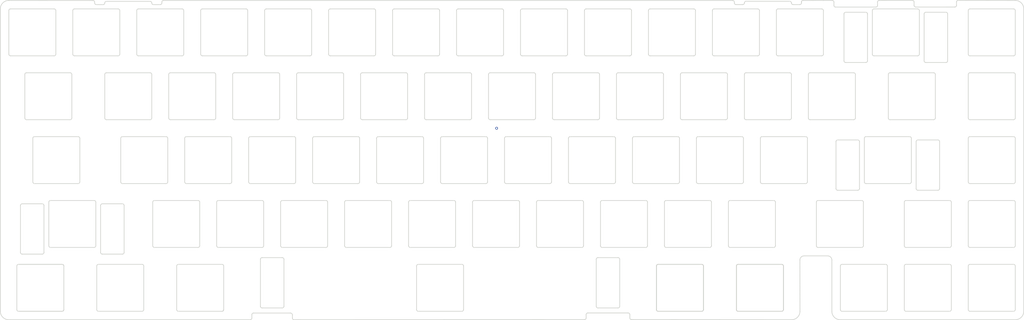
<source format=kicad_pcb>
(kicad_pcb (version 20171130) (host pcbnew "(5.1.12)-1")

  (general
    (thickness 1.6)
    (drawings 707)
    (tracks 1)
    (zones 0)
    (modules 0)
    (nets 1)
  )

  (page A4)
  (layers
    (0 F.Cu signal)
    (31 B.Cu signal)
    (32 B.Adhes user)
    (33 F.Adhes user)
    (34 B.Paste user)
    (35 F.Paste user)
    (36 B.SilkS user)
    (37 F.SilkS user)
    (38 B.Mask user)
    (39 F.Mask user)
    (40 Dwgs.User user)
    (41 Cmts.User user)
    (42 Eco1.User user)
    (43 Eco2.User user)
    (44 Edge.Cuts user)
    (45 Margin user)
    (46 B.CrtYd user)
    (47 F.CrtYd user)
    (48 B.Fab user)
    (49 F.Fab user)
  )

  (setup
    (last_trace_width 0.25)
    (trace_clearance 0.2)
    (zone_clearance 0.508)
    (zone_45_only no)
    (trace_min 0.2)
    (via_size 0.8)
    (via_drill 0.4)
    (via_min_size 0.4)
    (via_min_drill 0.3)
    (uvia_size 0.3)
    (uvia_drill 0.1)
    (uvias_allowed no)
    (uvia_min_size 0.2)
    (uvia_min_drill 0.1)
    (edge_width 0.05)
    (segment_width 0.2)
    (pcb_text_width 0.3)
    (pcb_text_size 1.5 1.5)
    (mod_edge_width 0.12)
    (mod_text_size 1 1)
    (mod_text_width 0.15)
    (pad_size 1.524 1.524)
    (pad_drill 0.762)
    (pad_to_mask_clearance 0.051)
    (solder_mask_min_width 0.25)
    (aux_axis_origin 0 0)
    (visible_elements 7FFFFFFF)
    (pcbplotparams
      (layerselection 0x010fc_ffffffff)
      (usegerberextensions true)
      (usegerberattributes false)
      (usegerberadvancedattributes false)
      (creategerberjobfile false)
      (excludeedgelayer true)
      (linewidth 0.100000)
      (plotframeref false)
      (viasonmask false)
      (mode 1)
      (useauxorigin false)
      (hpglpennumber 1)
      (hpglpenspeed 20)
      (hpglpendiameter 15.000000)
      (psnegative false)
      (psa4output false)
      (plotreference true)
      (plotvalue false)
      (plotinvisibletext false)
      (padsonsilk false)
      (subtractmaskfromsilk true)
      (outputformat 1)
      (mirror false)
      (drillshape 0)
      (scaleselection 1)
      (outputdirectory "./gerber"))
  )

  (net 0 "")

  (net_class Default "This is the default net class."
    (clearance 0.2)
    (trace_width 0.25)
    (via_dia 0.8)
    (via_drill 0.4)
    (uvia_dia 0.3)
    (uvia_drill 0.1)
  )

  (gr_arc (start 126.175001 25.5) (end 126.675001 25.5) (angle -90) (layer Edge.Cuts) (width 0.2))
  (gr_arc (start 56.025001 25.5) (end 56.025001 25) (angle -90) (layer Edge.Cuts) (width 0.2))
  (gr_arc (start 49.975001 25.5) (end 50.475 25.5) (angle -90) (layer Edge.Cuts) (width 0.2))
  (gr_arc (start -1.124999 25.5) (end -1.124999 25) (angle -90) (layer Edge.Cuts) (width 0.2))
  (gr_arc (start 113.175001 38.499999) (end 112.675 38.499999) (angle -90) (layer Edge.Cuts) (width 0.2))
  (gr_arc (start 107.125 38.499999) (end 107.125 39) (angle -90) (layer Edge.Cuts) (width 0.2))
  (gr_line (start 88.575001 25.5) (end 88.575001 38.499999) (layer Edge.Cuts) (width 0.2))
  (gr_line (start 50.475001 25.5) (end 50.475001 38.499999) (layer Edge.Cuts) (width 0.2))
  (gr_arc (start 36.975 25.5) (end 36.975 25) (angle -90) (layer Edge.Cuts) (width 0.2))
  (gr_arc (start -1.124999 38.499999) (end -1.624999 38.499999) (angle -90) (layer Edge.Cuts) (width 0.2))
  (gr_line (start 169.825001 25.5) (end 169.825001 38.499999) (layer Edge.Cuts) (width 0.2))
  (gr_line (start 17.425001 25.5) (end 17.425001 38.499999) (layer Edge.Cuts) (width 0.2))
  (gr_arc (start 94.125001 38.499999) (end 93.625001 38.499999) (angle -90) (layer Edge.Cuts) (width 0.2))
  (gr_arc (start 11.875 25.5) (end 12.375001 25.5) (angle -90) (layer Edge.Cuts) (width 0.2))
  (gr_line (start 132.225001 25) (end 145.225001 25) (layer Edge.Cuts) (width 0.2))
  (gr_arc (start 14.256251 114.7) (end 14.256251 115.2) (angle -90) (layer Edge.Cuts) (width 0.2))
  (gr_arc (start 182.824434 116.187993) (end 183.324434 116.187804) (angle -97.69607891) (layer Edge.Cuts) (width 0.2))
  (gr_line (start 215.568751 115.2) (end 228.568751 115.2) (layer Edge.Cuts) (width 0.2))
  (gr_line (start 257.611474 22.463331) (end 267.488001 22.45293) (layer Edge.Cuts) (width 0.2))
  (gr_arc (start 280.118501 23.947146) (end 280.118717 24.447146) (angle -89.97517349) (layer Edge.Cuts) (width 0.2))
  (gr_line (start 215.568751 115.2) (end 228.568751 115.2) (layer Edge.Cuts) (width 0.2))
  (gr_line (start -1.624854 22.474992) (end 23.451994 22.491214) (layer Edge.Cuts) (width 0.2))
  (gr_line (start 231.450966 23.223849) (end 231.450966 23.223849) (layer Edge.Cuts) (width 0.2))
  (gr_arc (start 298.125001 115.2) (end 298.125001 117.724999) (angle -90) (layer Edge.Cuts) (width 0.2))
  (gr_line (start 213.952001 22.475) (end 44.451671 22.475) (layer Edge.Cuts) (width 0.2))
  (gr_line (start 267.988527 22.952402) (end 267.989581 23.952711) (layer Edge.Cuts) (width 0.2))
  (gr_arc (start 244.612378 23.963536) (end 244.112722 23.96333) (angle -89.98031552) (layer Edge.Cuts) (width 0.2))
  (gr_arc (start 43.451671 23.241537) (end 43.451671 23.741537) (angle -90) (layer Edge.Cuts) (width 0.2))
  (gr_arc (start 242.250001 99.925) (end 243.500001 99.925) (angle -90) (layer Edge.Cuts) (width 0.2))
  (gr_arc (start 216.950966 23.22376) (end 216.950963 23.72376) (angle -90) (layer Edge.Cuts) (width 0.2))
  (gr_arc (start 217.950966 23.223766) (end 217.950969 22.723766) (angle -90) (layer Edge.Cuts) (width 0.2))
  (gr_line (start 234.45243 22.766832) (end 234.45243 23.016832) (layer Edge.Cuts) (width 0.2))
  (gr_line (start 205.256251 101.699999) (end 205.256251 114.7) (layer Edge.Cuts) (width 0.2))
  (gr_arc (start 204.756251 114.7) (end 204.756251 115.2) (angle -90) (layer Edge.Cuts) (width 0.2))
  (gr_arc (start 215.568751 114.7) (end 215.068751 114.7) (angle -90) (layer Edge.Cuts) (width 0.2))
  (gr_line (start 23.951671 22.991537) (end 23.951671 23.241537) (layer Edge.Cuts) (width 0.2))
  (gr_line (start 191.756251 101.199999) (end 204.756251 101.199999) (layer Edge.Cuts) (width 0.2))
  (gr_arc (start 41.451671 23.241537) (end 40.951671 23.241537) (angle -90) (layer Edge.Cuts) (width 0.2))
  (gr_line (start 256.612001 24.463192) (end 244.612 24.463192) (layer Edge.Cuts) (width 0.2))
  (gr_line (start 244.112722 23.96333) (end 244.112722 22.974999) (layer Edge.Cuts) (width 0.2))
  (gr_line (start 24.451671 23.741537) (end 26.451671 23.741537) (layer Edge.Cuts) (width 0.2))
  (gr_arc (start 231.950966 23.223852) (end 231.450966 23.223849) (angle -90) (layer Edge.Cuts) (width 0.2))
  (gr_arc (start 27.451671 23.241537) (end 27.451671 22.741537) (angle -90) (layer Edge.Cuts) (width 0.2))
  (gr_arc (start 268.48958 23.952185) (end 267.989581 23.952711) (angle -89.96448718) (layer Edge.Cuts) (width 0.2))
  (gr_line (start 280.618501 22.947732) (end 280.618501 23.947146) (layer Edge.Cuts) (width 0.2))
  (gr_line (start 191.756251 101.199999) (end 204.756251 101.199999) (layer Edge.Cuts) (width 0.2))
  (gr_line (start 246.025 117.725) (end 298.125001 117.724999) (layer Edge.Cuts) (width 0.2))
  (gr_line (start 26.951671 23.241537) (end 26.951671 23.241537) (layer Edge.Cuts) (width 0.2))
  (gr_arc (start 256.603597 23.954702) (end 256.612001 24.463192) (angle -87.65768751) (layer Edge.Cuts) (width 0.2))
  (gr_line (start 183.324434 116.187804) (end 183.324811 117.188379) (layer Edge.Cuts) (width 0.2))
  (gr_arc (start 213.951585 22.974999) (end 214.451585 22.975415) (angle -90.04759467) (layer Edge.Cuts) (width 0.2))
  (gr_arc (start 230.950966 23.223846) (end 231.450966 23.223849) (angle -90) (layer Edge.Cuts) (width 0.2))
  (gr_line (start 214.451585 22.975415) (end 214.451379 23.223332) (layer Edge.Cuts) (width 0.2))
  (gr_line (start 233.949995 23.724999) (end 231.950963 23.723852) (layer Edge.Cuts) (width 0.2))
  (gr_line (start 265.575001 101.199999) (end 278.575001 101.199999) (layer Edge.Cuts) (width 0.2))
  (gr_line (start 240.975001 22.468453) (end 234.949995 22.475) (layer Edge.Cuts) (width 0.2))
  (gr_line (start 216.950963 23.72376) (end 214.951376 23.723747) (layer Edge.Cuts) (width 0.2))
  (gr_arc (start 26.451671 23.241537) (end 26.451671 23.741537) (angle -90) (layer Edge.Cuts) (width 0.2))
  (gr_arc (start 204.756251 101.699999) (end 205.256251 101.699999) (angle -90) (layer Edge.Cuts) (width 0.2))
  (gr_line (start 284.625001 115.2) (end 297.625001 115.2) (layer Edge.Cuts) (width 0.2))
  (gr_line (start 243.612001 22.468453) (end 240.975001 22.468453) (layer Edge.Cuts) (width 0.2))
  (gr_line (start 183.824425 117.68819) (end 231.477452 117.724999) (layer Edge.Cuts) (width 0.2))
  (gr_line (start 268.489797 24.452185) (end 280.118717 24.447146) (layer Edge.Cuts) (width 0.2))
  (gr_arc (start 24.451671 23.241537) (end 23.951671 23.241537) (angle -90) (layer Edge.Cuts) (width 0.2))
  (gr_line (start 40.451671 22.741537) (end 40.451671 22.741537) (layer Edge.Cuts) (width 0.2))
  (gr_line (start 213.952001 22.475) (end 213.951585 22.475) (layer Edge.Cuts) (width 0.2))
  (gr_line (start 300.650001 24.999999) (end 300.650001 115.2) (layer Edge.Cuts) (width 0.2))
  (gr_line (start 257.112001 22.96333) (end 257.112006 23.967087) (layer Edge.Cuts) (width 0.2))
  (gr_line (start -1.624999 22.475) (end -1.624854 22.474992) (layer Edge.Cuts) (width 0.2))
  (gr_line (start 43.951671 23.241537) (end 43.951671 22.975) (layer Edge.Cuts) (width 0.2))
  (gr_arc (start 14.256251 101.699999) (end 14.75625 101.699999) (angle -90) (layer Edge.Cuts) (width 0.2))
  (gr_arc (start 267.488527 22.952929) (end 267.988527 22.952402) (angle -90) (layer Edge.Cuts) (width 0.2))
  (gr_arc (start 191.756251 101.699999) (end 191.756251 101.199999) (angle -90) (layer Edge.Cuts) (width 0.2))
  (gr_line (start -1.624999 117.725) (end 70.254696 117.724999) (layer Edge.Cuts) (width 0.2))
  (gr_line (start 191.756251 115.2) (end 204.756251 115.2) (layer Edge.Cuts) (width 0.2))
  (gr_line (start 191.256251 101.699999) (end 191.256251 114.7) (layer Edge.Cuts) (width 0.2))
  (gr_arc (start 265.575001 95.649999) (end 265.075001 95.649999) (angle -90) (layer Edge.Cuts) (width 0.2))
  (gr_arc (start -1.626633 24.999999) (end -1.624999 22.475) (angle -90.02106024) (layer Edge.Cuts) (width 0.2))
  (gr_line (start 1.256251 115.2) (end 14.256251 115.2) (layer Edge.Cuts) (width 0.2))
  (gr_arc (start 183.824811 117.18819) (end 183.324811 117.188379) (angle -89.93413165) (layer Edge.Cuts) (width 0.2))
  (gr_arc (start 284.625001 82.65) (end 284.625001 82.15) (angle -90) (layer Edge.Cuts) (width 0.2))
  (gr_line (start 80.3125 113.7) (end 80.3125 99.699999) (layer Edge.Cuts) (width 0.2))
  (gr_line (start 284.625001 101.199999) (end 297.625001 101.199999) (layer Edge.Cuts) (width 0.2))
  (gr_line (start 215.568751 101.199999) (end 228.568751 101.199999) (layer Edge.Cuts) (width 0.2))
  (gr_arc (start 191.756251 114.7) (end 191.256251 114.7) (angle -90) (layer Edge.Cuts) (width 0.2))
  (gr_arc (start 265.575001 114.7) (end 265.075001 114.7) (angle -90) (layer Edge.Cuts) (width 0.2))
  (gr_line (start 170.324812 117.192707) (end 170.324435 116.192708) (layer Edge.Cuts) (width 0.2))
  (gr_arc (start 169.824812 117.192896) (end 169.825001 117.692896) (angle -90) (layer Edge.Cuts) (width 0.2))
  (gr_line (start 191.756251 115.2) (end 204.756251 115.2) (layer Edge.Cuts) (width 0.2))
  (gr_arc (start 265.575001 101.699999) (end 265.575001 101.199999) (angle -90) (layer Edge.Cuts) (width 0.2))
  (gr_line (start 83.332337 117.724999) (end 84.708469 117.724999) (layer Edge.Cuts) (width 0.2))
  (gr_arc (start 71.254696 116.224999) (end 71.254696 115.724999) (angle -90) (layer Edge.Cuts) (width 0.2))
  (gr_line (start 243.500001 115.2) (end 243.500001 99.925) (layer Edge.Cuts) (width 0.2))
  (gr_line (start 205.256251 101.699999) (end 205.256251 114.7) (layer Edge.Cuts) (width 0.2))
  (gr_line (start 242.250001 98.675) (end 235.227079 98.675) (layer Edge.Cuts) (width 0.2))
  (gr_line (start 71.254696 115.724999) (end 82.254696 115.724999) (layer Edge.Cuts) (width 0.2))
  (gr_arc (start 48.877501 101.699999) (end 48.877501 101.199999) (angle -90) (layer Edge.Cuts) (width 0.2))
  (gr_arc (start 215.568751 101.699999) (end 215.568751 101.199999) (angle -90) (layer Edge.Cuts) (width 0.2))
  (gr_arc (start 235.227079 99.925) (end 235.227079 98.675) (angle -90.09519265) (layer Edge.Cuts) (width 0.2))
  (gr_line (start 1.256251 101.199999) (end 14.256251 101.199999) (layer Edge.Cuts) (width 0.2))
  (gr_arc (start 278.575001 114.7) (end 278.575001 115.2) (angle -90) (layer Edge.Cuts) (width 0.2))
  (gr_line (start 229.068751 101.699999) (end 229.068751 114.7) (layer Edge.Cuts) (width 0.2))
  (gr_arc (start 228.568751 101.699999) (end 229.068751 101.699999) (angle -90) (layer Edge.Cuts) (width 0.2))
  (gr_line (start 233.977081 99.927076) (end 234.002449 115.195804) (layer Edge.Cuts) (width 0.2))
  (gr_line (start 14.756251 101.699999) (end 14.756251 114.7) (layer Edge.Cuts) (width 0.2))
  (gr_arc (start 120.318751 114.7) (end 119.818751 114.7) (angle -90) (layer Edge.Cuts) (width 0.2))
  (gr_line (start 48.877501 115.2) (end 61.8775 115.2) (layer Edge.Cuts) (width 0.2))
  (gr_arc (start 170.824435 116.192519) (end 170.826182 115.692522) (angle -90.22188684) (layer Edge.Cuts) (width 0.2))
  (gr_arc (start 297.625001 95.649999) (end 297.625001 96.149999) (angle -90) (layer Edge.Cuts) (width 0.2))
  (gr_arc (start 215.568751 101.699999) (end 215.568751 101.199999) (angle -90) (layer Edge.Cuts) (width 0.2))
  (gr_arc (start 228.568751 114.7) (end 228.568751 115.2) (angle -90) (layer Edge.Cuts) (width 0.2))
  (gr_arc (start 14.256251 114.7) (end 14.256251 115.2) (angle -90) (layer Edge.Cuts) (width 0.2))
  (gr_arc (start -1.624999 115.2) (end -4.149999 115.2) (angle -90) (layer Edge.Cuts) (width 0.2))
  (gr_line (start 120.318751 115.2) (end 133.318751 115.2) (layer Edge.Cuts) (width 0.2))
  (gr_line (start 215.068751 101.699999) (end 215.068751 114.7) (layer Edge.Cuts) (width 0.2))
  (gr_arc (start 204.756251 101.699999) (end 205.256251 101.699999) (angle -90) (layer Edge.Cuts) (width 0.2))
  (gr_arc (start 191.756251 101.699999) (end 191.756251 101.199999) (angle -90) (layer Edge.Cuts) (width 0.2))
  (gr_arc (start 298.125001 24.999999) (end 300.650001 24.999999) (angle -90) (layer Edge.Cuts) (width 0.2))
  (gr_arc (start 83.332337 117.224999) (end 82.832337 117.224999) (angle -90) (layer Edge.Cuts) (width 0.2))
  (gr_line (start 191.256251 101.699999) (end 191.256251 114.7) (layer Edge.Cuts) (width 0.2))
  (gr_arc (start 191.756251 114.7) (end 191.256251 114.7) (angle -90) (layer Edge.Cuts) (width 0.2))
  (gr_arc (start 246.025 115.2) (end 243.5 115.2) (angle -90) (layer Edge.Cuts) (width 0.2))
  (gr_arc (start 278.575001 82.65) (end 279.075001 82.65) (angle -90) (layer Edge.Cuts) (width 0.2))
  (gr_line (start 170.826182 115.692522) (end 182.757288 115.692522) (layer Edge.Cuts) (width 0.2))
  (gr_line (start 298.125001 101.699999) (end 298.125001 114.7) (layer Edge.Cuts) (width 0.2))
  (gr_line (start 246.525 115.2) (end 259.525001 115.2) (layer Edge.Cuts) (width 0.2))
  (gr_arc (start 204.756251 114.7) (end 204.756251 115.2) (angle -90) (layer Edge.Cuts) (width 0.2))
  (gr_arc (start 38.065 101.699999) (end 38.565001 101.699999) (angle -90) (layer Edge.Cuts) (width 0.2))
  (gr_arc (start 70.254696 117.224999) (end 70.254696 117.724999) (angle -90) (layer Edge.Cuts) (width 0.2))
  (gr_line (start 265.575001 82.15) (end 278.575001 82.15) (layer Edge.Cuts) (width 0.2))
  (gr_line (start 84.708469 117.724999) (end 169.825001 117.692896) (layer Edge.Cuts) (width 0.2))
  (gr_arc (start 82.254696 116.30264) (end 82.832337 116.30264) (angle -90) (layer Edge.Cuts) (width 0.2))
  (gr_line (start 70.754696 117.224999) (end 70.754696 116.224999) (layer Edge.Cuts) (width 0.2))
  (gr_arc (start 61.8775 114.7) (end 61.8775 115.2) (angle -90) (layer Edge.Cuts) (width 0.2))
  (gr_line (start 82.832337 116.30264) (end 82.832337 117.224999) (layer Edge.Cuts) (width 0.2))
  (gr_arc (start 73.8125 99.699999) (end 73.8125 99.199999) (angle -90) (layer Edge.Cuts) (width 0.2))
  (gr_line (start 217.450966 23.223763) (end 217.450966 23.223763) (layer Edge.Cuts) (width 0.2))
  (gr_arc (start 44.451671 22.974999) (end 44.451671 22.475) (angle -90) (layer Edge.Cuts) (width 0.2))
  (gr_arc (start 257.612001 22.96333) (end 257.611474 22.463331) (angle -89.93966067) (layer Edge.Cuts) (width 0.2))
  (gr_arc (start 214.951379 23.223747) (end 214.451379 23.223332) (angle -90.04724084) (layer Edge.Cuts) (width 0.2))
  (gr_arc (start 233.951266 23.224266) (end 233.949995 23.724999) (angle -90.191377) (layer Edge.Cuts) (width 0.2))
  (gr_line (start 230.950969 22.723846) (end 217.950969 22.723766) (layer Edge.Cuts) (width 0.2))
  (gr_arc (start 243.60982 22.971362) (end 244.112722 22.974999) (angle -90.16586052) (layer Edge.Cuts) (width 0.2))
  (gr_line (start 27.451671 22.741537) (end 40.451671 22.741537) (layer Edge.Cuts) (width 0.2))
  (gr_arc (start 23.451671 22.991214) (end 23.951671 22.991537) (angle -90) (layer Edge.Cuts) (width 0.2))
  (gr_arc (start 40.451671 23.241537) (end 40.951671 23.241537) (angle -90) (layer Edge.Cuts) (width 0.2))
  (gr_line (start 40.951671 23.241537) (end 40.951671 23.241537) (layer Edge.Cuts) (width 0.2))
  (gr_line (start 281.119302 22.447733) (end 298.125001 22.475) (layer Edge.Cuts) (width 0.2))
  (gr_arc (start 234.918779 22.991859) (end 234.949995 22.475) (angle -67.69763857) (layer Edge.Cuts) (width 0.2))
  (gr_arc (start 281.118501 22.947732) (end 281.119302 22.447733) (angle -90.09186875) (layer Edge.Cuts) (width 0.2))
  (gr_line (start 43.451671 23.741537) (end 41.451671 23.741537) (layer Edge.Cuts) (width 0.2))
  (gr_line (start 234.45243 23.016832) (end 234.452001 23.223865) (layer Edge.Cuts) (width 0.2))
  (gr_line (start 119.818751 101.699999) (end 119.818751 114.7) (layer Edge.Cuts) (width 0.2))
  (gr_line (start 215.068751 101.699999) (end 215.068751 114.7) (layer Edge.Cuts) (width 0.2))
  (gr_arc (start 79.8125 113.7) (end 79.8125 114.2) (angle -90) (layer Edge.Cuts) (width 0.2))
  (gr_line (start 136.487501 82.65) (end 136.487501 95.649999) (layer Edge.Cuts) (width 0.2))
  (gr_line (start 79.8125 99.199999) (end 73.8125 99.199999) (layer Edge.Cuts) (width 0.2))
  (gr_line (start 284.625001 96.149999) (end 297.625001 96.149999) (layer Edge.Cuts) (width 0.2))
  (gr_arc (start 73.8125 113.7) (end 73.3125 113.7) (angle -90) (layer Edge.Cuts) (width 0.2))
  (gr_line (start 284.125001 82.65) (end 284.125001 95.649999) (layer Edge.Cuts) (width 0.2))
  (gr_line (start 62.3775 101.699999) (end 62.3775 114.7) (layer Edge.Cuts) (width 0.2))
  (gr_line (start -4.151632 24.999294) (end -4.149999 115.2) (layer Edge.Cuts) (width 0.2))
  (gr_line (start 215.568751 101.199999) (end 228.568751 101.199999) (layer Edge.Cuts) (width 0.2))
  (gr_line (start 179.825001 114.2) (end 173.825001 114.2) (layer Edge.Cuts) (width 0.2))
  (gr_line (start 260.025001 101.699999) (end 260.025001 114.7) (layer Edge.Cuts) (width 0.2))
  (gr_arc (start 284.625001 101.699999) (end 284.625001 101.199999) (angle -90) (layer Edge.Cuts) (width 0.2))
  (gr_line (start 48.377501 101.699999) (end 48.377501 114.7) (layer Edge.Cuts) (width 0.2))
  (gr_arc (start 133.318751 101.699999) (end 133.818751 101.699999) (angle -90) (layer Edge.Cuts) (width 0.2))
  (gr_arc (start 215.568751 114.7) (end 215.068751 114.7) (angle -90) (layer Edge.Cuts) (width 0.2))
  (gr_line (start 179.825001 99.199999) (end 173.825001 99.199999) (layer Edge.Cuts) (width 0.2))
  (gr_arc (start 79.8125 99.699999) (end 80.3125 99.699999) (angle -90) (layer Edge.Cuts) (width 0.2))
  (gr_line (start 279.075001 101.699999) (end 279.075001 114.7) (layer Edge.Cuts) (width 0.2))
  (gr_arc (start 61.8775 101.699999) (end 62.3775 101.699999) (angle -90) (layer Edge.Cuts) (width 0.2))
  (gr_line (start 279.075001 82.65) (end 279.075001 95.649999) (layer Edge.Cuts) (width 0.2))
  (gr_arc (start 265.575001 82.65) (end 265.575001 82.15) (angle -90) (layer Edge.Cuts) (width 0.2))
  (gr_line (start 173.325001 113.7) (end 173.325001 99.699999) (layer Edge.Cuts) (width 0.2))
  (gr_arc (start 120.318751 101.699999) (end 120.318751 101.199999) (angle -90) (layer Edge.Cuts) (width 0.2))
  (gr_arc (start 297.625001 114.7) (end 297.625001 115.2) (angle -90) (layer Edge.Cuts) (width 0.2))
  (gr_arc (start 228.568751 114.7) (end 228.568751 115.2) (angle -90) (layer Edge.Cuts) (width 0.2))
  (gr_line (start 117.937501 82.15) (end 130.9375 82.15) (layer Edge.Cuts) (width 0.2))
  (gr_line (start 246.525 101.199999) (end 259.525001 101.199999) (layer Edge.Cuts) (width 0.2))
  (gr_arc (start 278.575001 101.699999) (end 279.075001 101.699999) (angle -90) (layer Edge.Cuts) (width 0.2))
  (gr_line (start 38.565001 101.699999) (end 38.565001 114.7) (layer Edge.Cuts) (width 0.2))
  (gr_line (start 265.075001 82.65) (end 265.075001 95.649999) (layer Edge.Cuts) (width 0.2))
  (gr_arc (start 231.477452 115.2) (end 231.477452 117.724999) (angle -90.09519265) (layer Edge.Cuts) (width 0.2))
  (gr_line (start 284.125001 101.699999) (end 284.125001 114.7) (layer Edge.Cuts) (width 0.2))
  (gr_arc (start 297.625001 82.65) (end 298.125001 82.65) (angle -90) (layer Edge.Cuts) (width 0.2))
  (gr_line (start 0.75625 101.699999) (end 0.75625 114.7) (layer Edge.Cuts) (width 0.2))
  (gr_arc (start 38.065 114.7) (end 38.065 115.2) (angle -90) (layer Edge.Cuts) (width 0.2))
  (gr_arc (start 48.877501 114.7) (end 48.377501 114.7) (angle -90) (layer Edge.Cuts) (width 0.2))
  (gr_arc (start 259.525001 114.7) (end 259.525001 115.2) (angle -90) (layer Edge.Cuts) (width 0.2))
  (gr_line (start 265.575001 115.2) (end 278.575001 115.2) (layer Edge.Cuts) (width 0.2))
  (gr_line (start 25.065 115.2) (end 38.065 115.2) (layer Edge.Cuts) (width 0.2))
  (gr_arc (start 259.525001 101.699999) (end 260.025001 101.699999) (angle -90) (layer Edge.Cuts) (width 0.2))
  (gr_arc (start 284.625001 114.7) (end 284.125001 114.7) (angle -90) (layer Edge.Cuts) (width 0.2))
  (gr_line (start 265.075001 101.699999) (end 265.075001 114.7) (layer Edge.Cuts) (width 0.2))
  (gr_line (start 246.025 101.699999) (end 246.025 114.7) (layer Edge.Cuts) (width 0.2))
  (gr_line (start 284.625001 82.15) (end 297.625001 82.15) (layer Edge.Cuts) (width 0.2))
  (gr_line (start 180.325001 113.7) (end 180.325001 99.699999) (layer Edge.Cuts) (width 0.2))
  (gr_line (start 120.318751 101.199999) (end 133.318751 101.199999) (layer Edge.Cuts) (width 0.2))
  (gr_arc (start 61.8775 114.7) (end 61.8775 115.2) (angle -90) (layer Edge.Cuts) (width 0.2))
  (gr_line (start 48.877501 101.199999) (end 61.8775 101.199999) (layer Edge.Cuts) (width 0.2))
  (gr_arc (start 297.625001 101.699999) (end 298.125001 101.699999) (angle -90) (layer Edge.Cuts) (width 0.2))
  (gr_arc (start 228.568751 101.699999) (end 229.068751 101.699999) (angle -90) (layer Edge.Cuts) (width 0.2))
  (gr_arc (start 179.825001 113.7) (end 179.825001 114.2) (angle -90) (layer Edge.Cuts) (width 0.2))
  (gr_line (start 229.068751 101.699999) (end 229.068751 114.7) (layer Edge.Cuts) (width 0.2))
  (gr_arc (start 246.525 114.7) (end 246.025 114.7) (angle -90) (layer Edge.Cuts) (width 0.2))
  (gr_line (start 188.587501 82.65) (end 188.587501 95.649999) (layer Edge.Cuts) (width 0.2))
  (gr_arc (start 1.256251 101.699999) (end 1.256251 101.199999) (angle -90) (layer Edge.Cuts) (width 0.2))
  (gr_line (start 175.0875 82.15) (end 188.0875 82.15) (layer Edge.Cuts) (width 0.2))
  (gr_line (start 133.818751 101.699999) (end 133.818751 114.7) (layer Edge.Cuts) (width 0.2))
  (gr_line (start 41.737501 82.15) (end 54.737501 82.15) (layer Edge.Cuts) (width 0.2))
  (gr_line (start 73.3125 113.7) (end 73.3125 99.699999) (layer Edge.Cuts) (width 0.2))
  (gr_arc (start 169.037501 82.65) (end 169.537501 82.65) (angle -90) (layer Edge.Cuts) (width 0.2))
  (gr_line (start 25.065 101.199999) (end 38.065 101.199999) (layer Edge.Cuts) (width 0.2))
  (gr_line (start 1.256251 101.199999) (end 14.256251 101.199999) (layer Edge.Cuts) (width 0.2))
  (gr_line (start 212.687501 82.65) (end 212.687501 95.649999) (layer Edge.Cuts) (width 0.2))
  (gr_line (start 24.565001 101.699999) (end 24.565001 114.7) (layer Edge.Cuts) (width 0.2))
  (gr_line (start 226.6875 82.65) (end 226.6875 95.649999) (layer Edge.Cuts) (width 0.2))
  (gr_arc (start 1.256251 114.7) (end 0.75625 114.7) (angle -90) (layer Edge.Cuts) (width 0.2))
  (gr_arc (start 226.187501 95.649999) (end 226.187501 96.149999) (angle -90) (layer Edge.Cuts) (width 0.2))
  (gr_line (start 175.0875 96.149999) (end 188.0875 96.149999) (layer Edge.Cuts) (width 0.2))
  (gr_line (start 298.125001 63.599999) (end 298.125001 76.6) (layer Edge.Cuts) (width 0.2))
  (gr_line (start 298.125001 82.65) (end 298.125001 95.649999) (layer Edge.Cuts) (width 0.2))
  (gr_arc (start 239.381251 95.649999) (end 238.88125 95.649999) (angle -90) (layer Edge.Cuts) (width 0.2))
  (gr_line (start 117.937501 96.149999) (end 130.9375 96.149999) (layer Edge.Cuts) (width 0.2))
  (gr_arc (start 111.887501 95.649999) (end 111.887501 96.149999) (angle -90) (layer Edge.Cuts) (width 0.2))
  (gr_line (start 238.881251 82.65) (end 238.881251 95.649999) (layer Edge.Cuts) (width 0.2))
  (gr_arc (start 246.525 101.699999) (end 246.525 101.199999) (angle -90) (layer Edge.Cuts) (width 0.2))
  (gr_line (start 169.537501 82.65) (end 169.537501 95.649999) (layer Edge.Cuts) (width 0.2))
  (gr_line (start 10.281251 82.65) (end 10.281251 95.649999) (layer Edge.Cuts) (width 0.2))
  (gr_arc (start 25.065 101.699999) (end 25.065 101.199999) (angle -90) (layer Edge.Cuts) (width 0.2))
  (gr_line (start 131.437501 82.65) (end 131.437501 95.649999) (layer Edge.Cuts) (width 0.2))
  (gr_arc (start 136.987501 95.649999) (end 136.487501 95.649999) (angle -90) (layer Edge.Cuts) (width 0.2))
  (gr_arc (start 213.187501 82.65) (end 213.187501 82.15) (angle -90) (layer Edge.Cuts) (width 0.2))
  (gr_arc (start 284.625001 95.649999) (end 284.125001 95.649999) (angle -90) (layer Edge.Cuts) (width 0.2))
  (gr_arc (start 179.825001 99.699999) (end 180.325001 99.699999) (angle -90) (layer Edge.Cuts) (width 0.2))
  (gr_arc (start 156.037501 95.649999) (end 155.537501 95.649999) (angle -90) (layer Edge.Cuts) (width 0.2))
  (gr_arc (start 149.987501 95.649999) (end 149.987501 96.149999) (angle -90) (layer Edge.Cuts) (width 0.2))
  (gr_line (start 156.037501 82.15) (end 169.037501 82.15) (layer Edge.Cuts) (width 0.2))
  (gr_line (start 193.637501 82.65) (end 193.637501 95.649999) (layer Edge.Cuts) (width 0.2))
  (gr_arc (start 252.381251 82.65) (end 252.881251 82.65) (angle -90) (layer Edge.Cuts) (width 0.2))
  (gr_line (start 284.625001 77.1) (end 297.625001 77.1) (layer Edge.Cuts) (width 0.2))
  (gr_arc (start 25.065 114.7) (end 24.565 114.7) (angle -90) (layer Edge.Cuts) (width 0.2))
  (gr_line (start 194.137501 82.15) (end 207.137501 82.15) (layer Edge.Cuts) (width 0.2))
  (gr_arc (start 239.381251 82.65) (end 239.381251 82.15) (angle -90) (layer Edge.Cuts) (width 0.2))
  (gr_line (start 79.8125 114.2) (end 73.8125 114.2) (layer Edge.Cuts) (width 0.2))
  (gr_arc (start 133.318751 114.7) (end 133.318751 115.2) (angle -90) (layer Edge.Cuts) (width 0.2))
  (gr_line (start 1.256251 115.2) (end 14.256251 115.2) (layer Edge.Cuts) (width 0.2))
  (gr_arc (start 175.0875 82.65) (end 175.0875 82.15) (angle -90) (layer Edge.Cuts) (width 0.2))
  (gr_arc (start 278.575001 95.649999) (end 278.575001 96.149999) (angle -90) (layer Edge.Cuts) (width 0.2))
  (gr_arc (start 188.0875 82.65) (end 188.587501 82.65) (angle -90) (layer Edge.Cuts) (width 0.2))
  (gr_line (start 150.487501 82.65) (end 150.487501 95.649999) (layer Edge.Cuts) (width 0.2))
  (gr_line (start 98.887501 82.15) (end 111.887501 82.15) (layer Edge.Cuts) (width 0.2))
  (gr_arc (start 194.137501 82.65) (end 194.137501 82.15) (angle -90) (layer Edge.Cuts) (width 0.2))
  (gr_arc (start 207.137501 95.649999) (end 207.137501 96.149999) (angle -90) (layer Edge.Cuts) (width 0.2))
  (gr_line (start 207.637501 82.65) (end 207.637501 95.649999) (layer Edge.Cuts) (width 0.2))
  (gr_arc (start 60.787501 95.649999) (end 60.287501 95.649999) (angle -90) (layer Edge.Cuts) (width 0.2))
  (gr_arc (start 98.887501 82.65) (end 98.887501 82.15) (angle -90) (layer Edge.Cuts) (width 0.2))
  (gr_arc (start 111.887501 82.65) (end 112.387501 82.65) (angle -90) (layer Edge.Cuts) (width 0.2))
  (gr_line (start 156.037501 96.149999) (end 169.037501 96.149999) (layer Edge.Cuts) (width 0.2))
  (gr_line (start 79.837501 96.149999) (end 92.837501 96.149999) (layer Edge.Cuts) (width 0.2))
  (gr_arc (start 173.825001 99.699999) (end 173.825001 99.199999) (angle -90) (layer Edge.Cuts) (width 0.2))
  (gr_arc (start 173.825001 113.7) (end 173.325001 113.7) (angle -90) (layer Edge.Cuts) (width 0.2))
  (gr_arc (start 14.256251 101.699999) (end 14.75625 101.699999) (angle -90) (layer Edge.Cuts) (width 0.2))
  (gr_arc (start 169.037501 95.649999) (end 169.037501 96.149999) (angle -90) (layer Edge.Cuts) (width 0.2))
  (gr_line (start 98.387501 82.65) (end 98.387501 95.649999) (layer Edge.Cuts) (width 0.2))
  (gr_arc (start 226.187501 82.65) (end 226.687501 82.65) (angle -90) (layer Edge.Cuts) (width 0.2))
  (gr_line (start 174.587501 82.65) (end 174.587501 95.649999) (layer Edge.Cuts) (width 0.2))
  (gr_line (start 136.987501 96.149999) (end 149.987501 96.149999) (layer Edge.Cuts) (width 0.2))
  (gr_arc (start 245.230751 64.6) (end 245.230751 64.1) (angle -90) (layer Edge.Cuts) (width 0.2))
  (gr_line (start 245.230751 64.1) (end 251.23075 64.1) (layer Edge.Cuts) (width 0.2))
  (gr_line (start 265.575001 96.149999) (end 278.575001 96.149999) (layer Edge.Cuts) (width 0.2))
  (gr_arc (start 284.625001 63.599999) (end 284.625001 63.099999) (angle -90) (layer Edge.Cuts) (width 0.2))
  (gr_arc (start 98.887501 95.649999) (end 98.387501 95.649999) (angle -90) (layer Edge.Cuts) (width 0.2))
  (gr_arc (start 266.668751 76.6) (end 266.668751 77.099999) (angle -90) (layer Edge.Cuts) (width 0.2))
  (gr_arc (start 10.781251 82.65) (end 10.781251 82.15) (angle -90) (layer Edge.Cuts) (width 0.2))
  (gr_arc (start 32.219251 83.649999) (end 32.719251 83.649999) (angle -90) (layer Edge.Cuts) (width 0.2))
  (gr_arc (start 79.837501 82.65) (end 79.837501 82.15) (angle -90) (layer Edge.Cuts) (width 0.2))
  (gr_arc (start 207.137501 82.65) (end 207.637501 82.65) (angle -90) (layer Edge.Cuts) (width 0.2))
  (gr_arc (start 175.0875 95.649999) (end 174.5875 95.649999) (angle -90) (layer Edge.Cuts) (width 0.2))
  (gr_line (start 194.137501 96.149999) (end 207.137501 96.149999) (layer Edge.Cuts) (width 0.2))
  (gr_line (start 213.187501 96.149999) (end 226.187501 96.149999) (layer Edge.Cuts) (width 0.2))
  (gr_line (start 245.230751 79.1) (end 251.23075 79.1) (layer Edge.Cuts) (width 0.2))
  (gr_arc (start 203.662501 63.599999) (end 203.662501 63.099999) (angle -90) (layer Edge.Cuts) (width 0.2))
  (gr_arc (start 149.987501 82.65) (end 150.487501 82.65) (angle -90) (layer Edge.Cuts) (width 0.2))
  (gr_line (start 10.781251 82.15) (end 23.78125 82.15) (layer Edge.Cuts) (width 0.2))
  (gr_line (start 60.287501 82.65) (end 60.287501 95.649999) (layer Edge.Cuts) (width 0.2))
  (gr_line (start 126.962501 63.599999) (end 126.962501 76.6) (layer Edge.Cuts) (width 0.2))
  (gr_line (start 112.387501 82.65) (end 112.387501 95.649999) (layer Edge.Cuts) (width 0.2))
  (gr_arc (start 188.0875 95.649999) (end 188.0875 96.149999) (angle -90) (layer Edge.Cuts) (width 0.2))
  (gr_arc (start 252.381251 95.649999) (end 252.381251 96.149999) (angle -90) (layer Edge.Cuts) (width 0.2))
  (gr_line (start 213.187501 82.15) (end 226.187501 82.15) (layer Edge.Cuts) (width 0.2))
  (gr_arc (start 8.343251 97.65) (end 8.343251 98.15) (angle -90) (layer Edge.Cuts) (width 0.2))
  (gr_line (start 136.987501 82.15) (end 149.987501 82.15) (layer Edge.Cuts) (width 0.2))
  (gr_arc (start 23.78125 95.649999) (end 23.78125 96.149999) (angle -90) (layer Edge.Cuts) (width 0.2))
  (gr_arc (start 156.037501 82.65) (end 156.037501 82.15) (angle -90) (layer Edge.Cuts) (width 0.2))
  (gr_line (start 41.237501 82.65) (end 41.237501 95.649999) (layer Edge.Cuts) (width 0.2))
  (gr_line (start 284.125001 63.599999) (end 284.125001 76.6) (layer Edge.Cuts) (width 0.2))
  (gr_arc (start 117.937501 95.649999) (end 117.4375 95.649999) (angle -90) (layer Edge.Cuts) (width 0.2))
  (gr_line (start 239.381251 96.149999) (end 252.381251 96.149999) (layer Edge.Cuts) (width 0.2))
  (gr_line (start 24.28125 82.65) (end 24.28125 95.649999) (layer Edge.Cuts) (width 0.2))
  (gr_arc (start 32.219251 97.65) (end 32.219251 98.15) (angle -90) (layer Edge.Cuts) (width 0.2))
  (gr_line (start 79.837501 82.15) (end 92.837501 82.15) (layer Edge.Cuts) (width 0.2))
  (gr_arc (start 26.219251 83.649999) (end 26.219251 83.149999) (angle -90) (layer Edge.Cuts) (width 0.2))
  (gr_arc (start 213.187501 95.649999) (end 212.687501 95.649999) (angle -90) (layer Edge.Cuts) (width 0.2))
  (gr_line (start 10.781251 96.149999) (end 23.78125 96.149999) (layer Edge.Cuts) (width 0.2))
  (gr_line (start 98.887501 96.149999) (end 111.887501 96.149999) (layer Edge.Cuts) (width 0.2))
  (gr_line (start 79.337501 82.65) (end 79.337501 95.649999) (layer Edge.Cuts) (width 0.2))
  (gr_line (start 26.219251 83.149999) (end 32.219251 83.149999) (layer Edge.Cuts) (width 0.2))
  (gr_line (start 55.2375 82.65) (end 55.2375 95.649999) (layer Edge.Cuts) (width 0.2))
  (gr_line (start 32.719251 83.649999) (end 32.719251 97.65) (layer Edge.Cuts) (width 0.2))
  (gr_arc (start 54.737501 95.649999) (end 54.737501 96.149999) (angle -90) (layer Edge.Cuts) (width 0.2))
  (gr_arc (start 184.612501 76.6) (end 184.112501 76.6) (angle -90) (layer Edge.Cuts) (width 0.2))
  (gr_line (start 60.787501 82.15) (end 73.787501 82.15) (layer Edge.Cuts) (width 0.2))
  (gr_line (start 41.737501 96.149999) (end 54.737501 96.149999) (layer Edge.Cuts) (width 0.2))
  (gr_arc (start 130.9375 82.65) (end 131.437501 82.65) (angle -90) (layer Edge.Cuts) (width 0.2))
  (gr_line (start 117.4375 82.65) (end 117.4375 95.649999) (layer Edge.Cuts) (width 0.2))
  (gr_line (start 2.343251 83.149999) (end 8.343251 83.149999) (layer Edge.Cuts) (width 0.2))
  (gr_arc (start 73.787501 82.65) (end 74.287501 82.65) (angle -90) (layer Edge.Cuts) (width 0.2))
  (gr_line (start 155.537501 82.65) (end 155.537501 95.649999) (layer Edge.Cuts) (width 0.2))
  (gr_line (start 252.881251 82.65) (end 252.881251 95.649999) (layer Edge.Cuts) (width 0.2))
  (gr_line (start 239.381251 82.15) (end 252.381251 82.15) (layer Edge.Cuts) (width 0.2))
  (gr_line (start 222.712501 63.1) (end 235.7125 63.1) (layer Edge.Cuts) (width 0.2))
  (gr_arc (start 117.937501 82.65) (end 117.937501 82.15) (angle -90) (layer Edge.Cuts) (width 0.2))
  (gr_arc (start 136.987501 82.65) (end 136.987501 82.15) (angle -90) (layer Edge.Cuts) (width 0.2))
  (gr_arc (start 194.137501 95.649999) (end 193.637501 95.649999) (angle -90) (layer Edge.Cuts) (width 0.2))
  (gr_arc (start 10.781251 95.649999) (end 10.281251 95.649999) (angle -90) (layer Edge.Cuts) (width 0.2))
  (gr_arc (start 197.612501 76.6) (end 197.612501 77.099999) (angle -90) (layer Edge.Cuts) (width 0.2))
  (gr_line (start 1.843251 83.649999) (end 1.843251 97.65) (layer Edge.Cuts) (width 0.2))
  (gr_arc (start 297.625001 63.599999) (end 298.125001 63.599999) (angle -90) (layer Edge.Cuts) (width 0.2))
  (gr_line (start 2.343251 98.149999) (end 8.343251 98.149999) (layer Edge.Cuts) (width 0.2))
  (gr_arc (start 8.343251 83.649999) (end 8.843251 83.649999) (angle -90) (layer Edge.Cuts) (width 0.2))
  (gr_line (start 74.287501 82.65) (end 74.287501 95.649999) (layer Edge.Cuts) (width 0.2))
  (gr_line (start 184.612501 63.1) (end 197.612501 63.1) (layer Edge.Cuts) (width 0.2))
  (gr_arc (start 130.9375 95.649999) (end 130.9375 96.149999) (angle -90) (layer Edge.Cuts) (width 0.2))
  (gr_arc (start 216.662501 76.6) (end 216.662501 77.099999) (angle -90) (layer Edge.Cuts) (width 0.2))
  (gr_line (start 268.606751 64.6) (end 268.606751 78.6) (layer Edge.Cuts) (width 0.2))
  (gr_arc (start 73.787501 95.649999) (end 73.787501 96.149999) (angle -90) (layer Edge.Cuts) (width 0.2))
  (gr_line (start 60.787501 96.149999) (end 73.787501 96.149999) (layer Edge.Cuts) (width 0.2))
  (gr_line (start 146.512501 63.1) (end 159.512501 63.1) (layer Edge.Cuts) (width 0.2))
  (gr_arc (start 2.343251 83.649999) (end 2.343251 83.149999) (angle -90) (layer Edge.Cuts) (width 0.2))
  (gr_arc (start 266.668751 63.599999) (end 267.168751 63.599999) (angle -90) (layer Edge.Cuts) (width 0.2))
  (gr_line (start 93.337501 82.65) (end 93.337501 95.649999) (layer Edge.Cuts) (width 0.2))
  (gr_line (start 222.212501 63.599999) (end 222.212501 76.6) (layer Edge.Cuts) (width 0.2))
  (gr_arc (start 251.23075 64.6) (end 251.730751 64.6) (angle -90) (layer Edge.Cuts) (width 0.2))
  (gr_line (start 222.712501 77.1) (end 235.7125 77.1) (layer Edge.Cuts) (width 0.2))
  (gr_arc (start 127.462501 63.599999) (end 127.462501 63.099999) (angle -90) (layer Edge.Cuts) (width 0.2))
  (gr_arc (start 26.219251 97.65) (end 25.719251 97.65) (angle -90) (layer Edge.Cuts) (width 0.2))
  (gr_arc (start 178.5625 76.6) (end 178.5625 77.099999) (angle -90) (layer Edge.Cuts) (width 0.2))
  (gr_line (start 140.962501 63.599999) (end 140.962501 76.6) (layer Edge.Cuts) (width 0.2))
  (gr_arc (start 54.737501 82.65) (end 55.2375 82.65) (angle -90) (layer Edge.Cuts) (width 0.2))
  (gr_arc (start 216.662501 63.599999) (end 217.162501 63.599999) (angle -90) (layer Edge.Cuts) (width 0.2))
  (gr_line (start 51.2625 77.1) (end 64.262501 77.1) (layer Edge.Cuts) (width 0.2))
  (gr_line (start 251.730751 64.6) (end 251.730751 78.6) (layer Edge.Cuts) (width 0.2))
  (gr_line (start 26.219251 98.149999) (end 32.219251 98.149999) (layer Edge.Cuts) (width 0.2))
  (gr_line (start 253.668751 63.1) (end 266.668751 63.1) (layer Edge.Cuts) (width 0.2))
  (gr_line (start 203.162501 63.599999) (end 203.162501 76.6) (layer Edge.Cuts) (width 0.2))
  (gr_arc (start 2.343251 97.65) (end 1.843251 97.65) (angle -90) (layer Edge.Cuts) (width 0.2))
  (gr_arc (start 222.712501 63.599999) (end 222.712501 63.099999) (angle -90) (layer Edge.Cuts) (width 0.2))
  (gr_line (start 8.843251 83.649999) (end 8.843251 97.65) (layer Edge.Cuts) (width 0.2))
  (gr_arc (start 284.625001 76.6) (end 284.125001 76.6) (angle -90) (layer Edge.Cuts) (width 0.2))
  (gr_line (start 269.106751 64.1) (end 275.106751 64.1) (layer Edge.Cuts) (width 0.2))
  (gr_arc (start 92.837501 82.65) (end 93.337501 82.65) (angle -90) (layer Edge.Cuts) (width 0.2))
  (gr_line (start 244.730751 64.6) (end 244.730751 78.6) (layer Edge.Cuts) (width 0.2))
  (gr_line (start 217.162501 63.599999) (end 217.162501 76.6) (layer Edge.Cuts) (width 0.2))
  (gr_line (start 236.2125 63.599999) (end 236.2125 76.6) (layer Edge.Cuts) (width 0.2))
  (gr_line (start 179.0625 63.599999) (end 179.0625 76.6) (layer Edge.Cuts) (width 0.2))
  (gr_arc (start 269.106751 78.6) (end 268.606751 78.6) (angle -90) (layer Edge.Cuts) (width 0.2))
  (gr_line (start 70.312501 63.1) (end 83.312501 63.1) (layer Edge.Cuts) (width 0.2))
  (gr_line (start 284.625001 44.05) (end 297.625001 44.05) (layer Edge.Cuts) (width 0.2))
  (gr_arc (start 222.712501 76.6) (end 222.212501 76.6) (angle -90) (layer Edge.Cuts) (width 0.2))
  (gr_arc (start 92.837501 95.649999) (end 92.837501 96.149999) (angle -90) (layer Edge.Cuts) (width 0.2))
  (gr_line (start 160.012501 63.599999) (end 160.012501 76.6) (layer Edge.Cuts) (width 0.2))
  (gr_arc (start 159.512501 63.599999) (end 160.012501 63.599999) (angle -90) (layer Edge.Cuts) (width 0.2))
  (gr_arc (start 79.837501 95.649999) (end 79.3375 95.649999) (angle -90) (layer Edge.Cuts) (width 0.2))
  (gr_arc (start 235.7125 76.6) (end 235.7125 77.099999) (angle -90) (layer Edge.Cuts) (width 0.2))
  (gr_line (start 25.71925 83.649999) (end 25.71925 97.65) (layer Edge.Cuts) (width 0.2))
  (gr_arc (start 275.106751 78.6) (end 275.106751 79.1) (angle -90) (layer Edge.Cuts) (width 0.2))
  (gr_arc (start 41.737501 82.65) (end 41.737501 82.15) (angle -90) (layer Edge.Cuts) (width 0.2))
  (gr_arc (start 41.737501 95.649999) (end 41.237501 95.649999) (angle -90) (layer Edge.Cuts) (width 0.2))
  (gr_arc (start 60.787501 82.65) (end 60.787501 82.15) (angle -90) (layer Edge.Cuts) (width 0.2))
  (gr_arc (start 269.106751 64.6) (end 269.106751 64.1) (angle -90) (layer Edge.Cuts) (width 0.2))
  (gr_arc (start 23.78125 82.65) (end 24.28125 82.65) (angle -90) (layer Edge.Cuts) (width 0.2))
  (gr_arc (start 251.23075 78.6) (end 251.23075 79.1) (angle -90) (layer Edge.Cuts) (width 0.2))
  (gr_line (start 165.562501 63.1) (end 178.5625 63.1) (layer Edge.Cuts) (width 0.2))
  (gr_arc (start 245.230751 78.6) (end 244.730751 78.6) (angle -90) (layer Edge.Cuts) (width 0.2))
  (gr_arc (start 165.562501 76.6) (end 165.062501 76.6) (angle -90) (layer Edge.Cuts) (width 0.2))
  (gr_line (start 284.625001 63.1) (end 297.625001 63.1) (layer Edge.Cuts) (width 0.2))
  (gr_line (start 165.062501 63.599999) (end 165.062501 76.6) (layer Edge.Cuts) (width 0.2))
  (gr_arc (start 70.312501 76.6) (end 69.812501 76.6) (angle -90) (layer Edge.Cuts) (width 0.2))
  (gr_arc (start 297.625001 76.6) (end 297.625001 77.099999) (angle -90) (layer Edge.Cuts) (width 0.2))
  (gr_arc (start 235.7125 63.599999) (end 236.2125 63.599999) (angle -90) (layer Edge.Cuts) (width 0.2))
  (gr_line (start 269.106751 79.1) (end 275.106751 79.1) (layer Edge.Cuts) (width 0.2))
  (gr_arc (start 19.018751 76.6) (end 19.018751 77.099999) (angle -90) (layer Edge.Cuts) (width 0.2))
  (gr_line (start 50.762501 63.599999) (end 50.762501 76.6) (layer Edge.Cuts) (width 0.2))
  (gr_arc (start 6.018751 76.6) (end 5.518751 76.6) (angle -90) (layer Edge.Cuts) (width 0.2))
  (gr_arc (start 275.106751 64.6) (end 275.606751 64.6) (angle -90) (layer Edge.Cuts) (width 0.2))
  (gr_arc (start 197.612501 63.599999) (end 198.112501 63.599999) (angle -90) (layer Edge.Cuts) (width 0.2))
  (gr_line (start 89.362501 63.1) (end 102.3625 63.1) (layer Edge.Cuts) (width 0.2))
  (gr_arc (start 108.412501 76.6) (end 107.9125 76.6) (angle -90) (layer Edge.Cuts) (width 0.2))
  (gr_line (start 32.2125 77.1) (end 45.212501 77.1) (layer Edge.Cuts) (width 0.2))
  (gr_arc (start 273.812501 44.55) (end 274.312501 44.55) (angle -90) (layer Edge.Cuts) (width 0.2))
  (gr_line (start 275.606751 64.6) (end 275.606751 78.6) (layer Edge.Cuts) (width 0.2))
  (gr_arc (start 64.262501 76.6) (end 64.262501 77.099999) (angle -90) (layer Edge.Cuts) (width 0.2))
  (gr_line (start 260.8125 58.05) (end 273.812501 58.05) (layer Edge.Cuts) (width 0.2))
  (gr_arc (start 203.662501 76.6) (end 203.162501 76.6) (angle -90) (layer Edge.Cuts) (width 0.2))
  (gr_line (start 203.662501 77.1) (end 216.662501 77.1) (layer Edge.Cuts) (width 0.2))
  (gr_line (start 184.612501 77.1) (end 197.612501 77.1) (layer Edge.Cuts) (width 0.2))
  (gr_line (start 284.625001 58.05) (end 297.625001 58.05) (layer Edge.Cuts) (width 0.2))
  (gr_line (start 203.662501 63.1) (end 216.662501 63.1) (layer Edge.Cuts) (width 0.2))
  (gr_arc (start 159.512501 76.6) (end 159.512501 77.099999) (angle -90) (layer Edge.Cuts) (width 0.2))
  (gr_line (start 107.912501 63.599999) (end 107.912501 76.6) (layer Edge.Cuts) (width 0.2))
  (gr_arc (start 297.625001 57.549999) (end 297.625001 58.049999) (angle -90) (layer Edge.Cuts) (width 0.2))
  (gr_arc (start 83.312501 76.6) (end 83.312501 77.099999) (angle -90) (layer Edge.Cuts) (width 0.2))
  (gr_arc (start 284.625001 44.55) (end 284.625001 44.05) (angle -90) (layer Edge.Cuts) (width 0.2))
  (gr_arc (start 32.2125 76.6) (end 31.7125 76.6) (angle -90) (layer Edge.Cuts) (width 0.2))
  (gr_line (start 260.3125 44.55) (end 260.3125 57.549999) (layer Edge.Cuts) (width 0.2))
  (gr_arc (start 51.2625 76.6) (end 50.762501 76.6) (angle -90) (layer Edge.Cuts) (width 0.2))
  (gr_arc (start 64.262501 63.599999) (end 64.7625 63.599999) (angle -90) (layer Edge.Cuts) (width 0.2))
  (gr_arc (start 178.5625 63.599999) (end 179.0625 63.599999) (angle -90) (layer Edge.Cuts) (width 0.2))
  (gr_arc (start 127.462501 76.6) (end 126.962501 76.6) (angle -90) (layer Edge.Cuts) (width 0.2))
  (gr_line (start 260.8125 44.05) (end 273.812501 44.05) (layer Edge.Cuts) (width 0.2))
  (gr_arc (start 140.462501 63.599999) (end 140.962501 63.599999) (angle -90) (layer Edge.Cuts) (width 0.2))
  (gr_line (start 184.112501 63.599999) (end 184.112501 76.6) (layer Edge.Cuts) (width 0.2))
  (gr_arc (start 260.8125 57.549999) (end 260.3125 57.549999) (angle -90) (layer Edge.Cuts) (width 0.2))
  (gr_line (start 64.762501 63.599999) (end 64.762501 76.6) (layer Edge.Cuts) (width 0.2))
  (gr_arc (start 184.612501 63.599999) (end 184.612501 63.099999) (angle -90) (layer Edge.Cuts) (width 0.2))
  (gr_line (start 5.518751 63.599999) (end 5.518751 76.6) (layer Edge.Cuts) (width 0.2))
  (gr_arc (start 146.512501 76.6) (end 146.012501 76.6) (angle -90) (layer Edge.Cuts) (width 0.2))
  (gr_arc (start 297.625001 44.55) (end 298.125001 44.55) (angle -90) (layer Edge.Cuts) (width 0.2))
  (gr_arc (start 253.668751 76.6) (end 253.16875 76.6) (angle -90) (layer Edge.Cuts) (width 0.2))
  (gr_line (start 146.012501 63.599999) (end 146.012501 76.6) (layer Edge.Cuts) (width 0.2))
  (gr_arc (start 70.312501 63.599999) (end 70.312501 63.099999) (angle -90) (layer Edge.Cuts) (width 0.2))
  (gr_line (start 165.562501 77.1) (end 178.5625 77.1) (layer Edge.Cuts) (width 0.2))
  (gr_line (start 127.462501 63.1) (end 140.462501 63.1) (layer Edge.Cuts) (width 0.2))
  (gr_line (start 253.16875 63.599999) (end 253.16875 76.6) (layer Edge.Cuts) (width 0.2))
  (gr_line (start 198.112501 63.599999) (end 198.112501 76.6) (layer Edge.Cuts) (width 0.2))
  (gr_line (start 88.8625 63.599999) (end 88.862501 76.6) (layer Edge.Cuts) (width 0.2))
  (gr_arc (start 121.412501 63.599999) (end 121.912501 63.599999) (angle -90) (layer Edge.Cuts) (width 0.2))
  (gr_line (start 253.668751 77.1) (end 266.668751 77.1) (layer Edge.Cuts) (width 0.2))
  (gr_arc (start 121.412501 76.6) (end 121.412501 77.099999) (angle -90) (layer Edge.Cuts) (width 0.2))
  (gr_line (start 70.312501 77.1) (end 83.312501 77.1) (layer Edge.Cuts) (width 0.2))
  (gr_line (start 122.700001 58.05) (end 135.700001 58.05) (layer Edge.Cuts) (width 0.2))
  (gr_arc (start 273.812501 57.549999) (end 273.812501 58.049999) (angle -90) (layer Edge.Cuts) (width 0.2))
  (gr_arc (start 89.362501 76.6) (end 88.8625 76.6) (angle -90) (layer Edge.Cuts) (width 0.2))
  (gr_line (start 146.512501 77.1) (end 159.512501 77.1) (layer Edge.Cuts) (width 0.2))
  (gr_arc (start 253.668751 63.599999) (end 253.668751 63.099999) (angle -90) (layer Edge.Cuts) (width 0.2))
  (gr_line (start 31.712501 63.599999) (end 31.712501 76.6) (layer Edge.Cuts) (width 0.2))
  (gr_arc (start 83.312501 63.599999) (end 83.812501 63.599999) (angle -90) (layer Edge.Cuts) (width 0.2))
  (gr_arc (start 146.512501 63.599999) (end 146.512501 63.099999) (angle -90) (layer Edge.Cuts) (width 0.2))
  (gr_line (start 32.2125 63.1) (end 45.212501 63.1) (layer Edge.Cuts) (width 0.2))
  (gr_arc (start 102.3625 76.6) (end 102.3625 77.099999) (angle -90) (layer Edge.Cuts) (width 0.2))
  (gr_line (start 45.712501 63.599999) (end 45.712501 76.6) (layer Edge.Cuts) (width 0.2))
  (gr_arc (start 108.412501 63.599999) (end 108.412501 63.099999) (angle -90) (layer Edge.Cuts) (width 0.2))
  (gr_line (start 217.950001 44.05) (end 230.950001 44.05) (layer Edge.Cuts) (width 0.2))
  (gr_line (start 102.862501 63.599999) (end 102.862501 76.6) (layer Edge.Cuts) (width 0.2))
  (gr_line (start 127.462501 77.1) (end 140.462501 77.1) (layer Edge.Cuts) (width 0.2))
  (gr_line (start 51.2625 63.1) (end 64.262501 63.1) (layer Edge.Cuts) (width 0.2))
  (gr_line (start 103.150001 44.55) (end 103.150001 57.549999) (layer Edge.Cuts) (width 0.2))
  (gr_line (start 217.950001 58.05) (end 230.950001 58.05) (layer Edge.Cuts) (width 0.2))
  (gr_arc (start 116.650001 44.55) (end 117.150001 44.55) (angle -90) (layer Edge.Cuts) (width 0.2))
  (gr_arc (start 198.900001 44.55) (end 198.900001 44.05) (angle -90) (layer Edge.Cuts) (width 0.2))
  (gr_arc (start 198.900001 57.549999) (end 198.4 57.549999) (angle -90) (layer Edge.Cuts) (width 0.2))
  (gr_line (start 179.350001 44.55) (end 179.350001 57.549999) (layer Edge.Cuts) (width 0.2))
  (gr_arc (start 19.018751 63.599999) (end 19.518751 63.599999) (angle -90) (layer Edge.Cuts) (width 0.2))
  (gr_line (start 174.300001 44.55) (end 174.300001 57.549999) (layer Edge.Cuts) (width 0.2))
  (gr_arc (start 51.2625 63.599999) (end 51.2625 63.099999) (angle -90) (layer Edge.Cuts) (width 0.2))
  (gr_line (start 298.125001 44.55) (end 298.125001 57.549999) (layer Edge.Cuts) (width 0.2))
  (gr_line (start 198.900001 44.05) (end 211.900001 44.05) (layer Edge.Cuts) (width 0.2))
  (gr_line (start 193.350001 44.55) (end 193.350001 57.549999) (layer Edge.Cuts) (width 0.2))
  (gr_line (start 103.650001 58.05) (end 116.650001 58.05) (layer Edge.Cuts) (width 0.2))
  (gr_arc (start 160.800001 44.55) (end 160.800001 44.05) (angle -90) (layer Edge.Cuts) (width 0.2))
  (gr_arc (start 192.850001 44.55) (end 193.350001 44.55) (angle -90) (layer Edge.Cuts) (width 0.2))
  (gr_arc (start 284.625001 57.549999) (end 284.125001 57.549999) (angle -90) (layer Edge.Cuts) (width 0.2))
  (gr_line (start 141.750001 58.05) (end 154.750001 58.05) (layer Edge.Cuts) (width 0.2))
  (gr_arc (start 122.700001 44.55) (end 122.700001 44.05) (angle -90) (layer Edge.Cuts) (width 0.2))
  (gr_arc (start 89.362501 63.599999) (end 89.362501 63.099999) (angle -90) (layer Edge.Cuts) (width 0.2))
  (gr_arc (start 237 44.55) (end 237 44.05) (angle -90) (layer Edge.Cuts) (width 0.2))
  (gr_line (start 160.800001 58.05) (end 173.800001 58.05) (layer Edge.Cuts) (width 0.2))
  (gr_line (start 121.912501 63.599999) (end 121.912501 76.6) (layer Edge.Cuts) (width 0.2))
  (gr_arc (start 102.3625 63.599999) (end 102.862501 63.599999) (angle -90) (layer Edge.Cuts) (width 0.2))
  (gr_line (start 108.412501 63.1) (end 121.412501 63.1) (layer Edge.Cuts) (width 0.2))
  (gr_arc (start 160.800001 57.549999) (end 160.300001 57.549999) (angle -90) (layer Edge.Cuts) (width 0.2))
  (gr_line (start 60.000001 44.55) (end 60.000001 57.549999) (layer Edge.Cuts) (width 0.2))
  (gr_line (start 155.250001 44.55) (end 155.250001 57.549999) (layer Edge.Cuts) (width 0.2))
  (gr_arc (start 260.8125 44.55) (end 260.8125 44.05) (angle -90) (layer Edge.Cuts) (width 0.2))
  (gr_line (start 103.650001 44.05) (end 116.650001 44.05) (layer Edge.Cuts) (width 0.2))
  (gr_arc (start 173.800001 44.55) (end 174.300001 44.55) (angle -90) (layer Edge.Cuts) (width 0.2))
  (gr_arc (start 16.6375 57.549999) (end 16.6375 58.049999) (angle -90) (layer Edge.Cuts) (width 0.2))
  (gr_line (start 19.518751 63.599999) (end 19.518751 76.6) (layer Edge.Cuts) (width 0.2))
  (gr_arc (start 45.212501 76.6) (end 45.212501 77.099999) (angle -90) (layer Edge.Cuts) (width 0.2))
  (gr_arc (start 45.212501 63.599999) (end 45.712501 63.599999) (angle -90) (layer Edge.Cuts) (width 0.2))
  (gr_arc (start 6.018751 63.599999) (end 6.018751 63.099999) (angle -90) (layer Edge.Cuts) (width 0.2))
  (gr_arc (start 32.2125 63.599999) (end 32.2125 63.099999) (angle -90) (layer Edge.Cuts) (width 0.2))
  (gr_line (start 160.800001 44.05) (end 173.800001 44.05) (layer Edge.Cuts) (width 0.2))
  (gr_arc (start 116.650001 57.549999) (end 116.650001 58.049999) (angle -90) (layer Edge.Cuts) (width 0.2))
  (gr_line (start 179.850001 44.05) (end 192.850001 44.05) (layer Edge.Cuts) (width 0.2))
  (gr_line (start 6.018751 63.1) (end 19.018751 63.1) (layer Edge.Cuts) (width 0.2))
  (gr_line (start 212.400001 44.55) (end 212.400001 57.549999) (layer Edge.Cuts) (width 0.2))
  (gr_arc (start 230.950001 57.549999) (end 230.950001 58.049999) (angle -90) (layer Edge.Cuts) (width 0.2))
  (gr_line (start 274.312501 44.55) (end 274.312501 57.549999) (layer Edge.Cuts) (width 0.2))
  (gr_arc (start 141.750001 57.549999) (end 141.25 57.549999) (angle -90) (layer Edge.Cuts) (width 0.2))
  (gr_arc (start 165.562501 63.599999) (end 165.562501 63.099999) (angle -90) (layer Edge.Cuts) (width 0.2))
  (gr_line (start 6.018751 77.1) (end 19.018751 77.1) (layer Edge.Cuts) (width 0.2))
  (gr_line (start 83.812501 63.599999) (end 83.812501 76.6) (layer Edge.Cuts) (width 0.2))
  (gr_line (start 217.450001 44.55) (end 217.450001 57.549999) (layer Edge.Cuts) (width 0.2))
  (gr_arc (start 217.950001 44.55) (end 217.950001 44.05) (angle -90) (layer Edge.Cuts) (width 0.2))
  (gr_arc (start 140.462501 76.6) (end 140.462501 77.099999) (angle -90) (layer Edge.Cuts) (width 0.2))
  (gr_arc (start 103.650001 57.549999) (end 103.15 57.549999) (angle -90) (layer Edge.Cuts) (width 0.2))
  (gr_line (start 179.850001 58.05) (end 192.850001 58.05) (layer Edge.Cuts) (width 0.2))
  (gr_arc (start 135.700001 57.549999) (end 135.700001 58.049999) (angle -90) (layer Edge.Cuts) (width 0.2))
  (gr_line (start 69.812501 63.599999) (end 69.812501 76.6) (layer Edge.Cuts) (width 0.2))
  (gr_line (start 89.362501 77.1) (end 102.3625 77.1) (layer Edge.Cuts) (width 0.2))
  (gr_line (start 250.500001 44.55) (end 250.500001 57.549999) (layer Edge.Cuts) (width 0.2))
  (gr_line (start 198.900001 58.05) (end 211.900001 58.05) (layer Edge.Cuts) (width 0.2))
  (gr_line (start 108.412501 77.1) (end 121.412501 77.1) (layer Edge.Cuts) (width 0.2))
  (gr_line (start 267.168751 63.599999) (end 267.168751 76.6) (layer Edge.Cuts) (width 0.2))
  (gr_arc (start 141.750001 44.55) (end 141.750001 44.05) (angle -90) (layer Edge.Cuts) (width 0.2))
  (gr_line (start 198.4 44.55) (end 198.4 57.549999) (layer Edge.Cuts) (width 0.2))
  (gr_line (start 284.125001 44.55) (end 284.125001 57.549999) (layer Edge.Cuts) (width 0.2))
  (gr_arc (start 284.625001 25.5) (end 284.625001 25) (angle -90) (layer Edge.Cuts) (width 0.2))
  (gr_arc (start 227.475001 38.499999) (end 226.975001 38.499999) (angle -90) (layer Edge.Cuts) (width 0.2))
  (gr_arc (start 202.375001 38.499999) (end 202.375001 39) (angle -90) (layer Edge.Cuts) (width 0.2))
  (gr_arc (start 256.050001 38.499999) (end 255.550001 38.499999) (angle -90) (layer Edge.Cuts) (width 0.2))
  (gr_arc (start 151.275001 25.5) (end 151.275001 25) (angle -90) (layer Edge.Cuts) (width 0.2))
  (gr_line (start 189.375 39) (end 202.375001 39) (layer Edge.Cuts) (width 0.2))
  (gr_line (start 164.775 25.5) (end 164.775 38.499999) (layer Edge.Cuts) (width 0.2))
  (gr_line (start 150.775001 25.5) (end 150.775001 38.499999) (layer Edge.Cuts) (width 0.2))
  (gr_arc (start 65.550001 57.549999) (end 65.050001 57.549999) (angle -90) (layer Edge.Cuts) (width 0.2))
  (gr_arc (start 256.050001 25.5) (end 256.050001 25) (angle -90) (layer Edge.Cuts) (width 0.2))
  (gr_line (start 208.425001 25) (end 221.425001 25) (layer Edge.Cuts) (width 0.2))
  (gr_arc (start 297.625001 25.5) (end 298.125001 25.5) (angle -90) (layer Edge.Cuts) (width 0.2))
  (gr_line (start 271.488001 41) (end 277.488001 41) (layer Edge.Cuts) (width 0.2))
  (gr_line (start 255.550001 25.5) (end 255.550001 38.499999) (layer Edge.Cuts) (width 0.2))
  (gr_arc (start 227.475001 25.5) (end 227.475001 25) (angle -90) (layer Edge.Cuts) (width 0.2))
  (gr_line (start 207.925001 25.5) (end 207.925001 38.499999) (layer Edge.Cuts) (width 0.2))
  (gr_line (start 126.675 25.5) (end 126.675 38.499999) (layer Edge.Cuts) (width 0.2))
  (gr_arc (start 84.600001 57.549999) (end 84.100001 57.549999) (angle -90) (layer Edge.Cuts) (width 0.2))
  (gr_arc (start 78.550001 57.549999) (end 78.550001 58.049999) (angle -90) (layer Edge.Cuts) (width 0.2))
  (gr_arc (start 132.225001 38.499999) (end 131.725001 38.499999) (angle -90) (layer Edge.Cuts) (width 0.2))
  (gr_arc (start 126.175001 38.499999) (end 126.175001 39) (angle -90) (layer Edge.Cuts) (width 0.2))
  (gr_arc (start 189.375 38.499999) (end 188.875 38.499999) (angle -90) (layer Edge.Cuts) (width 0.2))
  (gr_line (start 227.475001 25) (end 240.475001 25) (layer Edge.Cuts) (width 0.2))
  (gr_line (start 46.500001 44.05) (end 59.500001 44.05) (layer Edge.Cuts) (width 0.2))
  (gr_arc (start 132.225001 25.5) (end 132.225001 25) (angle -90) (layer Edge.Cuts) (width 0.2))
  (gr_arc (start 59.500001 44.55) (end 60.000001 44.55) (angle -90) (layer Edge.Cuts) (width 0.2))
  (gr_line (start 27.450001 44.05) (end 40.45 44.05) (layer Edge.Cuts) (width 0.2))
  (gr_arc (start 247.612001 40.5) (end 247.112001 40.5) (angle -90) (layer Edge.Cuts) (width 0.2))
  (gr_arc (start 151.275001 38.499999) (end 150.775001 38.499999) (angle -90) (layer Edge.Cuts) (width 0.2))
  (gr_arc (start 277.488001 40.5) (end 277.488001 41) (angle -90) (layer Edge.Cuts) (width 0.2))
  (gr_arc (start 189.375 25.5) (end 189.375 25) (angle -90) (layer Edge.Cuts) (width 0.2))
  (gr_arc (start 59.500001 57.549999) (end 59.500001 58.049999) (angle -90) (layer Edge.Cuts) (width 0.2))
  (gr_line (start 98.100001 44.55) (end 98.100001 57.549999) (layer Edge.Cuts) (width 0.2))
  (gr_arc (start 46.500001 57.549999) (end 46.000001 57.549999) (angle -90) (layer Edge.Cuts) (width 0.2))
  (gr_line (start 26.95 44.55) (end 26.95 57.549999) (layer Edge.Cuts) (width 0.2))
  (gr_line (start 221.925001 25.5) (end 221.925001 38.499999) (layer Edge.Cuts) (width 0.2))
  (gr_line (start 240.975001 25.5) (end 240.975001 38.499999) (layer Edge.Cuts) (width 0.2))
  (gr_line (start 112.675 25.5) (end 112.675 38.499999) (layer Edge.Cuts) (width 0.2))
  (gr_arc (start 164.275001 38.499999) (end 164.275001 39) (angle -90) (layer Edge.Cuts) (width 0.2))
  (gr_line (start 254.112001 26.5) (end 254.112001 40.5) (layer Edge.Cuts) (width 0.2))
  (gr_line (start 284.625001 25) (end 297.625001 25) (layer Edge.Cuts) (width 0.2))
  (gr_arc (start 145.225001 38.499999) (end 145.225001 39) (angle -90) (layer Edge.Cuts) (width 0.2))
  (gr_line (start 151.275001 25) (end 164.275001 25) (layer Edge.Cuts) (width 0.2))
  (gr_arc (start 46.500001 44.55) (end 46.500001 44.05) (angle -90) (layer Edge.Cuts) (width 0.2))
  (gr_line (start 27.450001 58.05) (end 40.45 58.05) (layer Edge.Cuts) (width 0.2))
  (gr_line (start 284.125001 25.5) (end 284.125001 38.499999) (layer Edge.Cuts) (width 0.2))
  (gr_line (start 46.500001 58.05) (end 59.500001 58.05) (layer Edge.Cuts) (width 0.2))
  (gr_line (start 132.225001 38.999999) (end 145.225001 39) (layer Edge.Cuts) (width 0.2))
  (gr_arc (start 221.425001 38.499999) (end 221.425001 39) (angle -90) (layer Edge.Cuts) (width 0.2))
  (gr_arc (start 269.050001 38.499999) (end 269.050001 39) (angle -90) (layer Edge.Cuts) (width 0.2))
  (gr_arc (start 202.375001 25.5) (end 202.875001 25.5) (angle -90) (layer Edge.Cuts) (width 0.2))
  (gr_arc (start 97.600001 44.55) (end 98.100001 44.55) (angle -90) (layer Edge.Cuts) (width 0.2))
  (gr_line (start 270.988001 26.5) (end 270.988001 40.5) (layer Edge.Cuts) (width 0.2))
  (gr_line (start 189.375 25) (end 202.375001 25) (layer Edge.Cuts) (width 0.2))
  (gr_line (start 247.112001 26.5) (end 247.112001 40.5) (layer Edge.Cuts) (width 0.2))
  (gr_arc (start 297.625001 38.499999) (end 297.625001 39) (angle -90) (layer Edge.Cuts) (width 0.2))
  (gr_line (start 170.325001 25) (end 183.325001 25) (layer Edge.Cuts) (width 0.2))
  (gr_arc (start 240.475001 38.499999) (end 240.475001 39) (angle -90) (layer Edge.Cuts) (width 0.2))
  (gr_arc (start 88.075001 38.499999) (end 88.075001 39) (angle -90) (layer Edge.Cuts) (width 0.2))
  (gr_line (start 36.975 38.999999) (end 49.975001 38.999999) (layer Edge.Cuts) (width 0.2))
  (gr_arc (start 11.875 38.499999) (end 11.875 39) (angle -90) (layer Edge.Cuts) (width 0.2))
  (gr_line (start 208.425001 38.999999) (end 221.425001 38.999999) (layer Edge.Cuts) (width 0.2))
  (gr_line (start 94.125001 25) (end 107.125 25) (layer Edge.Cuts) (width 0.2))
  (gr_line (start 271.488001 26) (end 277.488001 26) (layer Edge.Cuts) (width 0.2))
  (gr_line (start 202.875001 25.5) (end 202.875001 38.499999) (layer Edge.Cuts) (width 0.2))
  (gr_arc (start 183.325001 38.499999) (end 183.325001 39) (angle -90) (layer Edge.Cuts) (width 0.2))
  (gr_arc (start 69.025 25.5) (end 69.525 25.5) (angle -90) (layer Edge.Cuts) (width 0.2))
  (gr_arc (start 40.45 57.549999) (end 40.45 58.049999) (angle -90) (layer Edge.Cuts) (width 0.2))
  (gr_line (start 113.175001 39) (end 126.175001 38.999999) (layer Edge.Cuts) (width 0.2))
  (gr_line (start 36.475001 25.5) (end 36.475001 38.499999) (layer Edge.Cuts) (width 0.2))
  (gr_line (start 183.825001 25.5) (end 183.825001 38.499999) (layer Edge.Cuts) (width 0.2))
  (gr_line (start -1.124999 25) (end 11.875 25) (layer Edge.Cuts) (width 0.2))
  (gr_line (start 226.975001 25.5) (end 226.975001 38.499999) (layer Edge.Cuts) (width 0.2))
  (gr_line (start -1.124999 39) (end 11.875 39) (layer Edge.Cuts) (width 0.2))
  (gr_line (start 3.137501 44.55) (end 3.137501 57.549999) (layer Edge.Cuts) (width 0.2))
  (gr_arc (start 170.325001 25.5) (end 170.325001 25) (angle -90) (layer Edge.Cuts) (width 0.2))
  (gr_arc (start 145.225001 25.5) (end 145.725001 25.5) (angle -90) (layer Edge.Cuts) (width 0.2))
  (gr_arc (start 88.075001 25.5) (end 88.575001 25.5) (angle -90) (layer Edge.Cuts) (width 0.2))
  (gr_arc (start 208.425001 38.499999) (end 207.925001 38.499999) (angle -90) (layer Edge.Cuts) (width 0.2))
  (gr_line (start -1.624999 25.5) (end -1.624999 38.499999) (layer Edge.Cuts) (width 0.2))
  (gr_line (start 12.375001 25.5) (end 12.375001 38.499999) (layer Edge.Cuts) (width 0.2))
  (gr_line (start 17.925001 38.999999) (end 30.925 38.999999) (layer Edge.Cuts) (width 0.2))
  (gr_line (start 31.425001 25.5) (end 31.425001 38.499999) (layer Edge.Cuts) (width 0.2))
  (gr_line (start 36.975 25) (end 49.975001 25) (layer Edge.Cuts) (width 0.2))
  (gr_arc (start 17.925001 38.499999) (end 17.425001 38.499999) (angle -90) (layer Edge.Cuts) (width 0.2))
  (gr_arc (start 49.975001 38.499999) (end 49.975001 39) (angle -90) (layer Edge.Cuts) (width 0.2))
  (gr_arc (start 94.125001 25.5) (end 94.125001 25) (angle -90) (layer Edge.Cuts) (width 0.2))
  (gr_arc (start 107.125 25.5) (end 107.625001 25.5) (angle -90) (layer Edge.Cuts) (width 0.2))
  (gr_line (start 145.725001 25.5) (end 145.725001 38.499999) (layer Edge.Cuts) (width 0.2))
  (gr_arc (start 36.975 38.499999) (end 36.475 38.499999) (angle -90) (layer Edge.Cuts) (width 0.2))
  (gr_arc (start 269.050001 25.5) (end 269.550001 25.5) (angle -90) (layer Edge.Cuts) (width 0.2))
  (gr_line (start 69.525 25.5) (end 69.525 38.499999) (layer Edge.Cuts) (width 0.2))
  (gr_arc (start 69.025 38.499999) (end 69.025 39) (angle -90) (layer Edge.Cuts) (width 0.2))
  (gr_line (start 256.050001 25) (end 269.050001 25) (layer Edge.Cuts) (width 0.2))
  (gr_arc (start 208.425001 25.5) (end 208.425001 25) (angle -90) (layer Edge.Cuts) (width 0.2))
  (gr_line (start 269.550001 25.5) (end 269.550001 38.499999) (layer Edge.Cuts) (width 0.2))
  (gr_line (start 56.025001 25) (end 69.025 25) (layer Edge.Cuts) (width 0.2))
  (gr_line (start 56.025001 38.999999) (end 69.025 38.999999) (layer Edge.Cuts) (width 0.2))
  (gr_line (start 74.575 25.5) (end 74.575 38.499999) (layer Edge.Cuts) (width 0.2))
  (gr_line (start 107.625001 25.5) (end 107.625001 38.499999) (layer Edge.Cuts) (width 0.2))
  (gr_line (start 151.275001 38.999999) (end 164.275001 38.999999) (layer Edge.Cuts) (width 0.2))
  (gr_line (start 17.925001 25) (end 30.925 25) (layer Edge.Cuts) (width 0.2))
  (gr_line (start 94.125001 39) (end 107.125 39) (layer Edge.Cuts) (width 0.2))
  (gr_line (start 113.175001 25) (end 126.175001 25) (layer Edge.Cuts) (width 0.2))
  (gr_arc (start 183.325001 25.5) (end 183.825001 25.5) (angle -90) (layer Edge.Cuts) (width 0.2))
  (gr_arc (start 30.925 25.5) (end 31.425 25.5) (angle -90) (layer Edge.Cuts) (width 0.2))
  (gr_line (start 75.075 38.999999) (end 88.075001 39) (layer Edge.Cuts) (width 0.2))
  (gr_arc (start 221.425001 25.5) (end 221.925001 25.5) (angle -90) (layer Edge.Cuts) (width 0.2))
  (gr_arc (start 170.325001 38.499999) (end 169.825001 38.499999) (angle -90) (layer Edge.Cuts) (width 0.2))
  (gr_line (start 3.637501 44.05) (end 16.6375 44.05) (layer Edge.Cuts) (width 0.2))
  (gr_arc (start 17.925001 25.5) (end 17.925001 25) (angle -90) (layer Edge.Cuts) (width 0.2))
  (gr_line (start 75.075 25) (end 88.075001 25) (layer Edge.Cuts) (width 0.2))
  (gr_arc (start 30.925 38.499999) (end 30.925 39) (angle -90) (layer Edge.Cuts) (width 0.2))
  (gr_line (start 55.525001 25.5) (end 55.525001 38.499999) (layer Edge.Cuts) (width 0.2))
  (gr_arc (start 75.075 38.499999) (end 74.575 38.499999) (angle -90) (layer Edge.Cuts) (width 0.2))
  (gr_arc (start 75.075 25.5) (end 75.075 25) (angle -90) (layer Edge.Cuts) (width 0.2))
  (gr_arc (start 113.175001 25.5) (end 113.175001 25) (angle -90) (layer Edge.Cuts) (width 0.2))
  (gr_arc (start 164.275001 25.5) (end 164.775001 25.5) (angle -90) (layer Edge.Cuts) (width 0.2))
  (gr_line (start 93.625001 25.5) (end 93.625001 38.499999) (layer Edge.Cuts) (width 0.2))
  (gr_arc (start 56.025001 38.499999) (end 55.525001 38.499999) (angle -90) (layer Edge.Cuts) (width 0.2))
  (gr_line (start 227.475001 38.999999) (end 240.475001 38.999999) (layer Edge.Cuts) (width 0.2))
  (gr_line (start 256.050001 38.999999) (end 269.050001 38.999999) (layer Edge.Cuts) (width 0.2))
  (gr_line (start 84.600001 44.05) (end 97.600001 44.05) (layer Edge.Cuts) (width 0.2))
  (gr_arc (start 271.488001 40.5) (end 270.988001 40.5) (angle -90) (layer Edge.Cuts) (width 0.2))
  (gr_arc (start 97.600001 57.549999) (end 97.600001 58.049999) (angle -90) (layer Edge.Cuts) (width 0.2))
  (gr_arc (start 84.600001 44.55) (end 84.600001 44.05) (angle -90) (layer Edge.Cuts) (width 0.2))
  (gr_line (start 284.625001 38.999999) (end 297.625001 39) (layer Edge.Cuts) (width 0.2))
  (gr_line (start 247.612001 41) (end 253.612001 41) (layer Edge.Cuts) (width 0.2))
  (gr_arc (start 173.800001 57.549999) (end 173.800001 58.049999) (angle -90) (layer Edge.Cuts) (width 0.2))
  (gr_line (start 65.050001 44.55) (end 65.050001 57.549999) (layer Edge.Cuts) (width 0.2))
  (gr_line (start 247.612001 26) (end 253.612001 26) (layer Edge.Cuts) (width 0.2))
  (gr_line (start 46.000001 44.55) (end 46.000001 57.549999) (layer Edge.Cuts) (width 0.2))
  (gr_arc (start 192.850001 57.549999) (end 192.850001 58.049999) (angle -90) (layer Edge.Cuts) (width 0.2))
  (gr_arc (start 27.450001 57.549999) (end 26.950001 57.549999) (angle -90) (layer Edge.Cuts) (width 0.2))
  (gr_arc (start 78.550001 44.55) (end 79.050001 44.55) (angle -90) (layer Edge.Cuts) (width 0.2))
  (gr_arc (start 179.850001 57.549999) (end 179.35 57.549999) (angle -90) (layer Edge.Cuts) (width 0.2))
  (gr_line (start 298.125001 25.5) (end 298.125001 38.499999) (layer Edge.Cuts) (width 0.2))
  (gr_arc (start 253.612001 26.5) (end 254.112001 26.5) (angle -90) (layer Edge.Cuts) (width 0.2))
  (gr_arc (start 27.450001 44.55) (end 27.450001 44.05) (angle -90) (layer Edge.Cuts) (width 0.2))
  (gr_line (start 122.700001 44.05) (end 135.700001 44.05) (layer Edge.Cuts) (width 0.2))
  (gr_line (start 170.325001 39) (end 183.325001 39) (layer Edge.Cuts) (width 0.2))
  (gr_line (start 40.95 44.55) (end 40.95 57.549999) (layer Edge.Cuts) (width 0.2))
  (gr_line (start 79.050001 44.55) (end 79.050001 57.549999) (layer Edge.Cuts) (width 0.2))
  (gr_line (start 122.200001 44.55) (end 122.200001 57.549999) (layer Edge.Cuts) (width 0.2))
  (gr_line (start 160.300001 44.55) (end 160.300001 57.549999) (layer Edge.Cuts) (width 0.2))
  (gr_line (start 84.100001 44.55) (end 84.100001 57.549999) (layer Edge.Cuts) (width 0.2))
  (gr_line (start 277.988001 26.5) (end 277.988001 40.5) (layer Edge.Cuts) (width 0.2))
  (gr_arc (start 250 44.55) (end 250.500001 44.55) (angle -90) (layer Edge.Cuts) (width 0.2))
  (gr_arc (start 3.637501 57.549999) (end 3.137501 57.549999) (angle -90) (layer Edge.Cuts) (width 0.2))
  (gr_arc (start 271.488001 26.5) (end 271.488001 26) (angle -90) (layer Edge.Cuts) (width 0.2))
  (gr_arc (start 237 57.549999) (end 236.5 57.549999) (angle -90) (layer Edge.Cuts) (width 0.2))
  (gr_line (start 231.450001 44.55) (end 231.450001 57.549999) (layer Edge.Cuts) (width 0.2))
  (gr_line (start 141.25 44.55) (end 141.25 57.549999) (layer Edge.Cuts) (width 0.2))
  (gr_line (start 141.750001 44.05) (end 154.750001 44.05) (layer Edge.Cuts) (width 0.2))
  (gr_arc (start 122.700001 57.549999) (end 122.200001 57.549999) (angle -90) (layer Edge.Cuts) (width 0.2))
  (gr_arc (start 16.6375 44.55) (end 17.1375 44.55) (angle -90) (layer Edge.Cuts) (width 0.2))
  (gr_arc (start 211.900001 57.549999) (end 211.900001 58.049999) (angle -90) (layer Edge.Cuts) (width 0.2))
  (gr_arc (start 179.850001 44.55) (end 179.850001 44.05) (angle -90) (layer Edge.Cuts) (width 0.2))
  (gr_line (start 131.725001 25.5) (end 131.725001 38.499999) (layer Edge.Cuts) (width 0.2))
  (gr_arc (start 240.475001 25.5) (end 240.975001 25.5) (angle -90) (layer Edge.Cuts) (width 0.2))
  (gr_line (start 188.875 25.5) (end 188.875 38.499999) (layer Edge.Cuts) (width 0.2))
  (gr_arc (start 211.900001 44.55) (end 212.400001 44.55) (angle -90) (layer Edge.Cuts) (width 0.2))
  (gr_arc (start 154.750001 57.549999) (end 154.750001 58.049999) (angle -90) (layer Edge.Cuts) (width 0.2))
  (gr_arc (start 135.700001 44.55) (end 136.200001 44.55) (angle -90) (layer Edge.Cuts) (width 0.2))
  (gr_arc (start 277.488001 26.5) (end 277.988001 26.5) (angle -90) (layer Edge.Cuts) (width 0.2))
  (gr_line (start 3.637501 58.05) (end 16.6375 58.05) (layer Edge.Cuts) (width 0.2))
  (gr_line (start 65.550001 44.05) (end 78.550001 44.05) (layer Edge.Cuts) (width 0.2))
  (gr_arc (start 253.612001 40.5) (end 253.612001 41) (angle -90) (layer Edge.Cuts) (width 0.2))
  (gr_line (start 117.150001 44.55) (end 117.150001 57.549999) (layer Edge.Cuts) (width 0.2))
  (gr_line (start 237 44.05) (end 250 44.05) (layer Edge.Cuts) (width 0.2))
  (gr_arc (start 103.650001 44.55) (end 103.650001 44.05) (angle -90) (layer Edge.Cuts) (width 0.2))
  (gr_arc (start 65.550001 44.55) (end 65.550001 44.05) (angle -90) (layer Edge.Cuts) (width 0.2))
  (gr_arc (start 247.612001 26.5) (end 247.612001 26) (angle -90) (layer Edge.Cuts) (width 0.2))
  (gr_line (start 136.200001 44.55) (end 136.200001 57.549999) (layer Edge.Cuts) (width 0.2))
  (gr_line (start 17.137501 44.55) (end 17.137501 57.549999) (layer Edge.Cuts) (width 0.2))
  (gr_line (start 236.500001 44.55) (end 236.500001 57.549999) (layer Edge.Cuts) (width 0.2))
  (gr_arc (start 217.950001 57.549999) (end 217.450001 57.549999) (angle -90) (layer Edge.Cuts) (width 0.2))
  (gr_arc (start 3.637501 44.55) (end 3.637501 44.05) (angle -90) (layer Edge.Cuts) (width 0.2))
  (gr_arc (start 250 57.549999) (end 250 58.049999) (angle -90) (layer Edge.Cuts) (width 0.2))
  (gr_arc (start 40.45 44.55) (end 40.95 44.55) (angle -90) (layer Edge.Cuts) (width 0.2))
  (gr_arc (start 230.950001 44.55) (end 231.450001 44.55) (angle -90) (layer Edge.Cuts) (width 0.2))
  (gr_line (start 84.600001 58.05) (end 97.600001 58.05) (layer Edge.Cuts) (width 0.2))
  (gr_line (start 65.550001 58.05) (end 78.550001 58.05) (layer Edge.Cuts) (width 0.2))
  (gr_arc (start 284.625001 38.499999) (end 284.125001 38.499999) (angle -90) (layer Edge.Cuts) (width 0.2))
  (gr_arc (start 154.750001 44.55) (end 155.250001 44.55) (angle -90) (layer Edge.Cuts) (width 0.2))
  (gr_line (start 237 58.05) (end 250 58.05) (layer Edge.Cuts) (width 0.2))

  (via (at 143.65 60.6) (size 0.8) (drill 0.4) (layers F.Cu B.Cu) (net 0))

)

</source>
